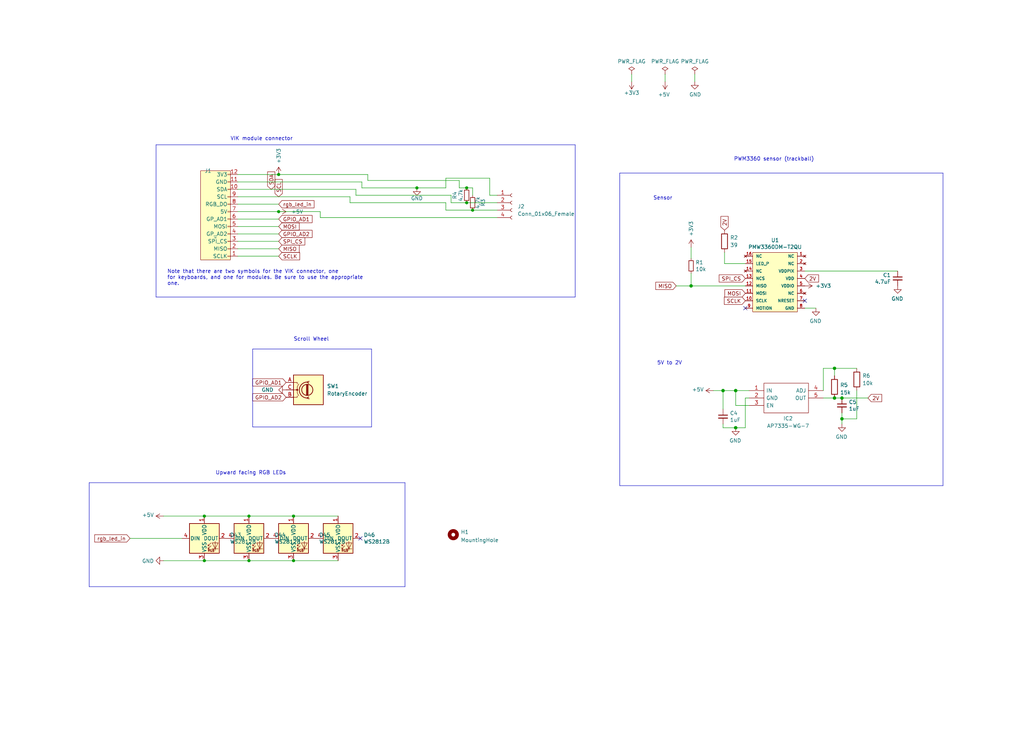
<source format=kicad_sch>
(kicad_sch (version 20230121) (generator eeschema)
  (paper "User" 350.012 250.012)
  (lib_symbols
    (symbol "AP7331-WG-7:AP7331-WG-7" (pin_names (offset 0.762))
      (property "Reference" "IC" (at 21.59 7.62 0))
      (property "Value" "AP7331-WG-7" (at 21.59 5.08 0))
      (symbol "AP7331-WG-7_0_0"
        (pin passive line (at 0 0 0) (length 5.08) (name "IN") (number "1"))
        (pin passive line (at 0 -2.54 0) (length 5.08) (name "GND") (number "2"))
        (pin passive line (at 0 -5.08 0) (length 5.08) (name "EN") (number "3"))
        (pin passive line (at 25.4 0 180) (length 5.08) (name "ADJ") (number "4"))
        (pin passive line (at 25.4 -2.54 180) (length 5.08) (name "OUT") (number "5"))
      )
      (symbol "AP7331-WG-7_0_1"
        (polyline (pts (xy 5.08 2.54) (xy 20.32 2.54) (xy 20.32 -7.62) (xy 5.08 -7.62) (xy 5.08 2.54)) (stroke (width 0.1524)))
      )
    )
    (symbol "Connector:Conn_01x04_Socket" (pin_names (offset 1.016) hide)
      (property "Reference" "J" (at 0 5.08 0))
      (property "Value" "Conn_01x04_Socket" (at 0 -7.62 0))
      (symbol "Conn_01x04_Socket_1_1"
        (arc (start 0 -4.572) (mid -0.5058 -5.08) (end 0 -5.588) (stroke (width 0.1524)))
        (arc (start 0 -2.032) (mid -0.5058 -2.54) (end 0 -3.048) (stroke (width 0.1524)))
        (polyline (pts (xy -1.27 -5.08) (xy -0.508 -5.08)) (stroke (width 0.1524)))
        (polyline (pts (xy -1.27 -2.54) (xy -0.508 -2.54)) (stroke (width 0.1524)))
        (polyline (pts (xy -1.27 0) (xy -0.508 0)) (stroke (width 0.1524)))
        (polyline (pts (xy -1.27 2.54) (xy -0.508 2.54)) (stroke (width 0.1524)))
        (arc (start 0 0.508) (mid -0.5058 0) (end 0 -0.508) (stroke (width 0.1524)))
        (arc (start 0 3.048) (mid -0.5058 2.54) (end 0 2.032) (stroke (width 0.1524)))
        (pin passive line (at -5.08 2.54 0) (length 3.81) (name "Pin_1") (number "1"))
        (pin passive line (at -5.08 0 0) (length 3.81) (name "Pin_2") (number "2"))
        (pin passive line (at -5.08 -2.54 0) (length 3.81) (name "Pin_3") (number "3"))
        (pin passive line (at -5.08 -5.08 0) (length 3.81) (name "Pin_4") (number "4"))
      )
    )
    (symbol "Device:C_Small" (pin_numbers hide) (pin_names (offset 0.254) hide)
      (property "Reference" "C" (at 0.254 1.778 0))
      (property "Value" "C_Small" (at 0.254 -2.032 0))
      (symbol "C_Small_0_1"
        (polyline (pts (xy -1.524 -0.508) (xy 1.524 -0.508)) (stroke (width 0.3302)))
        (polyline (pts (xy -1.524 0.508) (xy 1.524 0.508)) (stroke (width 0.3048)))
      )
      (symbol "C_Small_1_1"
        (pin passive line (at 0 2.54 270) (length 2.032) (name "~") (number "1"))
        (pin passive line (at 0 -2.54 90) (length 2.032) (name "~") (number "2"))
      )
    )
    (symbol "Device:R" (pin_numbers hide) (pin_names (offset 0))
      (property "Reference" "R" (at 2.032 0 90))
      (property "Value" "R" (at 0 0 90))
      (symbol "R_0_1"
        (rectangle (start -1.016 -2.54) (end 1.016 2.54) (stroke (width 0.254)))
      )
      (symbol "R_1_1"
        (pin passive line (at 0 3.81 270) (length 1.27) (name "~") (number "1"))
        (pin passive line (at 0 -3.81 90) (length 1.27) (name "~") (number "2"))
      )
    )
    (symbol "Device:R_Small" (pin_numbers hide) (pin_names (offset 0.254) hide)
      (property "Reference" "R" (at 0.762 0.508 0))
      (property "Value" "R_Small" (at 0.762 -1.016 0))
      (symbol "R_Small_0_1"
        (rectangle (start -0.762 1.778) (end 0.762 -1.778) (stroke (width 0.2032)))
      )
      (symbol "R_Small_1_1"
        (pin passive line (at 0 2.54 270) (length 0.762) (name "~") (number "1"))
        (pin passive line (at 0 -2.54 90) (length 0.762) (name "~") (number "2"))
      )
    )
    (symbol "Device:RotaryEncoder" (pin_names (offset 0.254) hide)
      (property "Reference" "SW" (at 0 6.604 0))
      (property "Value" "RotaryEncoder" (at 0 -6.604 0))
      (symbol "RotaryEncoder_0_1"
        (rectangle (start -5.08 5.08) (end 5.08 -5.08) (stroke (width 0.254)) (fill (type background)))
        (circle (center -3.81 0) (radius 0.254) (fill (type outline)))
        (circle (center -0.381 0) (radius 1.905) (stroke (width 0.254)))
        (arc (start -0.381 2.667) (mid -3.0988 -0.0635) (end -0.381 -2.794) (stroke (width 0.254)))
        (polyline (pts (xy -0.635 -1.778) (xy -0.635 1.778)) (stroke (width 0.254)))
        (polyline (pts (xy -0.381 -1.778) (xy -0.381 1.778)) (stroke (width 0.254)))
        (polyline (pts (xy -0.127 1.778) (xy -0.127 -1.778)) (stroke (width 0.254)))
        (polyline (pts (xy -5.08 -2.54) (xy -3.81 -2.54) (xy -3.81 -2.032)))
        (polyline (pts (xy -5.08 2.54) (xy -3.81 2.54) (xy -3.81 2.032)))
        (polyline (pts (xy 0.254 -3.048) (xy -0.508 -2.794) (xy 0.127 -2.413)) (stroke (width 0.254)))
        (polyline (pts (xy 0.254 2.921) (xy -0.508 2.667) (xy 0.127 2.286)) (stroke (width 0.254)))
        (polyline (pts (xy -5.08 0) (xy -3.81 0) (xy -3.81 -1.016) (xy -3.302 -2.032)))
        (polyline (pts (xy -4.318 0) (xy -3.81 0) (xy -3.81 1.016) (xy -3.302 2.032)))
      )
      (symbol "RotaryEncoder_1_1"
        (pin passive line (at -7.62 2.54 0) (length 2.54) (name "A") (number "A"))
        (pin passive line (at -7.62 -2.54 0) (length 2.54) (name "B") (number "B"))
        (pin passive line (at -7.62 0 0) (length 2.54) (name "C") (number "C"))
      )
    )
    (symbol "Mechanical:MountingHole" (pin_names (offset 1.016))
      (property "Reference" "H" (at 0 5.08 0))
      (property "Value" "MountingHole" (at 0 3.175 0))
      (symbol "MountingHole_0_1"
        (circle (center 0 0) (radius 1.27) (stroke (width 1.27)))
      )
    )
    (symbol "kicad-keyboard-parts:SK6812MINI-E" (pin_names (offset 0.254))
      (property "Reference" "D" (at 5.08 5.715 0))
      (property "Value" "SK6812MINI-E" (at 1.27 -5.715 0))
      (symbol "SK6812MINI-E_0_0"
        (text "RGB" (at 2.286 -4.191 0) (effects (font (size 0.762 0.762))))
      )
      (symbol "SK6812MINI-E_0_1"
        (polyline (pts (xy 1.27 -3.556) (xy 1.778 -3.556)))
        (polyline (pts (xy 1.27 -2.54) (xy 1.778 -2.54)))
        (polyline (pts (xy 4.699 -3.556) (xy 2.667 -3.556)))
        (polyline (pts (xy 2.286 -2.54) (xy 1.27 -3.556) (xy 1.27 -3.048)))
        (polyline (pts (xy 2.286 -1.524) (xy 1.27 -2.54) (xy 1.27 -2.032)))
        (polyline (pts (xy 3.683 -1.016) (xy 3.683 -3.556) (xy 3.683 -4.064)))
        (polyline (pts (xy 4.699 -1.524) (xy 2.667 -1.524) (xy 3.683 -3.556) (xy 4.699 -1.524)))
        (rectangle (start 5.08 5.08) (end -5.08 -5.08) (stroke (width 0.254)) (fill (type background)))
      )
      (symbol "SK6812MINI-E_1_1"
        (pin power_in line (at 0 7.62 270) (length 2.54) (name "VDD") (number "1"))
        (pin output line (at 7.62 0 180) (length 2.54) (name "DOUT") (number "2"))
        (pin power_in line (at 0 -7.62 90) (length 2.54) (name "VSS") (number "3"))
        (pin input line (at -7.62 0 0) (length 2.54) (name "DIN") (number "4"))
      )
    )
    (symbol "power:+3V3" (power) (pin_names (offset 0))
      (property "Value" "+3V3" (at 0 3.556 0))
      (symbol "+3V3_0_1"
        (polyline (pts (xy -0.762 1.27) (xy 0 2.54)))
        (polyline (pts (xy 0 0) (xy 0 2.54)))
        (polyline (pts (xy 0 2.54) (xy 0.762 1.27)))
      )
      (symbol "+3V3_1_1"
        (pin power_in line (at 0 0 90) (length 0) hide (name "+3V3") (number "1"))
      )
    )
    (symbol "power:+5V" (power) (pin_names (offset 0))
      (property "Value" "+5V" (at 0 3.556 0))
      (symbol "+5V_0_1"
        (polyline (pts (xy -0.762 1.27) (xy 0 2.54)))
        (polyline (pts (xy 0 0) (xy 0 2.54)))
        (polyline (pts (xy 0 2.54) (xy 0.762 1.27)))
      )
      (symbol "+5V_1_1"
        (pin power_in line (at 0 0 90) (length 0) hide (name "+5V") (number "1"))
      )
    )
    (symbol "power:GND" (power) (pin_names (offset 0))
      (property "Value" "GND" (at 0 -3.81 0))
      (symbol "GND_0_1"
        (polyline (pts (xy 0 0) (xy 0 -1.27) (xy 1.27 -1.27) (xy 0 -2.54) (xy -1.27 -1.27) (xy 0 -1.27)))
      )
      (symbol "GND_1_1"
        (pin power_in line (at 0 0 270) (length 0) hide (name "GND") (number "1"))
      )
    )
    (symbol "power:PWR_FLAG" (power) (pin_numbers hide) (pin_names (offset 0) hide)
      (property "Value" "PWR_FLAG" (at 0 3.81 0))
      (symbol "PWR_FLAG_0_0"
        (pin power_out line (at 0 0 90) (length 0) (name "pwr") (number "1"))
      )
      (symbol "PWR_FLAG_0_1"
        (polyline (pts (xy 0 0) (xy 0 1.27) (xy -1.016 1.905) (xy 0 2.54) (xy 1.016 1.905) (xy 0 1.27)))
      )
    )
    (symbol "sensor-rescue:PWM3360-pwm3360" (pin_names (offset 1.016))
      (property "Reference" "U4" (at 0 14.351 0))
      (property "Value" "PMW3360DM-T2QU" (at 0 12.0396 0))
      (symbol "PWM3360-pwm3360_0_1"
        (rectangle (start -7.62 10.16) (end 7.62 -10.16) (fill (type background)))
      )
      (symbol "PWM3360-pwm3360_1_1"
        (pin no_connect line (at -10.16 8.89 0) (length 2.54) (name "NC") (number "1"))
        (pin input line (at 10.16 -6.35 180) (length 2.54) (name "SCLK") (number "10"))
        (pin input line (at 10.16 -3.81 180) (length 2.54) (name "MOSI") (number "11"))
        (pin output line (at 10.16 -1.27 180) (length 2.54) (name "MISO") (number "12"))
        (pin input line (at 10.16 1.27 180) (length 2.54) (name "NCS") (number "13"))
        (pin no_connect line (at 10.16 3.81 180) (length 2.54) (name "NC") (number "14"))
        (pin input line (at 10.16 6.35 180) (length 2.54) (name "LED_P") (number "15"))
        (pin no_connect line (at 10.16 8.89 180) (length 2.54) (name "NC") (number "16"))
        (pin no_connect line (at -10.16 6.35 0) (length 2.54) (name "NC") (number "2"))
        (pin power_out line (at -10.16 3.81 0) (length 2.54) (name "VDDPIX") (number "3"))
        (pin power_in line (at -10.16 1.27 0) (length 2.54) (name "VDD") (number "4"))
        (pin power_in line (at -10.16 -1.27 0) (length 2.54) (name "VDDIO") (number "5"))
        (pin no_connect line (at -10.16 -3.81 0) (length 2.54) (name "NC") (number "6"))
        (pin input line (at -10.16 -6.35 0) (length 2.54) (name "NRESET") (number "7"))
        (pin power_in line (at -10.16 -8.89 0) (length 2.54) (name "GND") (number "8"))
        (pin output line (at 10.16 -8.89 180) (length 2.54) (name "MOTION") (number "9"))
      )
    )
    (symbol "vik:vik-module-connector" (pin_names (offset 1))
      (property "Reference" "J" (at 0 15.875 0))
      (symbol "vik-module-connector_1_1"
        (rectangle (start -5.08 13.97) (end 5.08 -16.51) (fill (type background)))
        (rectangle (start -5.0546 -15.113) (end -4.191 -15.367) (stroke (width 0.1)))
        (rectangle (start -5.0546 -12.573) (end -4.191 -12.827) (stroke (width 0.1)))
        (rectangle (start -5.0546 -10.033) (end -4.191 -10.287) (stroke (width 0.1)))
        (rectangle (start -5.0546 -7.493) (end -4.191 -7.747) (stroke (width 0.1)))
        (rectangle (start -5.0546 -4.953) (end -4.191 -5.207) (stroke (width 0.1)))
        (rectangle (start -5.0546 -2.413) (end -4.191 -2.667) (stroke (width 0.1)))
        (rectangle (start -5.0546 0.127) (end -4.191 -0.127) (stroke (width 0.1)))
        (rectangle (start -5.0546 2.667) (end -4.191 2.413) (stroke (width 0.1)))
        (rectangle (start -5.0546 5.207) (end -4.191 4.953) (stroke (width 0.1)))
        (rectangle (start -5.0546 7.747) (end -4.191 7.493) (stroke (width 0.1)))
        (rectangle (start -5.0546 10.287) (end -4.191 10.033) (stroke (width 0.1)))
        (rectangle (start -5.0546 12.827) (end -4.191 12.573) (stroke (width 0.1)))
        (pin output line (at -7.62 12.7 0) (length 2.54) (name "SCLK") (number "1"))
        (pin bidirectional line (at -7.62 -10.16 0) (length 2.54) (name "SDA") (number "10"))
        (pin power_out line (at -7.62 -12.7 0) (length 2.54) (name "GND") (number "11"))
        (pin power_out line (at -7.62 -15.24 0) (length 2.54) (name "3V3") (number "12"))
        (pin tri_state line (at -7.62 10.16 0) (length 2.54) (name "MISO") (number "2"))
        (pin output line (at -7.62 7.62 0) (length 2.54) (name "SPI_CS") (number "3"))
        (pin bidirectional line (at -7.62 5.08 0) (length 2.54) (name "GP_AD2") (number "4"))
        (pin output line (at -7.62 2.54 0) (length 2.54) (name "MOSI") (number "5"))
        (pin bidirectional line (at -7.62 0 0) (length 2.54) (name "GP_AD1") (number "6"))
        (pin power_out line (at -7.62 -2.54 0) (length 2.54) (name "5V") (number "7"))
        (pin output line (at -7.62 -5.08 0) (length 2.54) (name "RGB_DO") (number "8"))
        (pin bidirectional line (at -7.62 -7.62 0) (length 2.54) (name "SCL") (number "9"))
      )
    )
  )
  (junction (at 287.782 143.256) (diameter 1.016))
  (junction (at 285.242 125.984) (diameter 1.016))
  (junction (at 69.85 191.77))
  (junction (at 236.22 97.79) (diameter 1.016))
  (junction (at 251.46 146.304) (diameter 1.016))
  (junction (at 85.09 176.53))
  (junction (at 285.242 136.144) (diameter 1.016))
  (junction (at 159.512 64.262))
  (junction (at 95.25 72.39))
  (junction (at 95.25 59.69))
  (junction (at 100.33 176.53))
  (junction (at 159.512 69.342))
  (junction (at 100.33 191.77))
  (junction (at 142.494 64.262))
  (junction (at 287.782 136.144) (diameter 1.016))
  (junction (at 251.46 133.604) (diameter 1.016))
  (junction (at 69.85 176.53))
  (junction (at 85.09 191.77))
  (junction (at 161.544 71.882))
  (junction (at 247.142 133.604) (diameter 1.016))
  (no_connect (at 254.762 105.41))
  (no_connect (at 123.19 184.15))
  (no_connect (at 275.082 102.87))
  (wire (pts (xy 152.4 64.262) (xy 152.4 60.96)))
  (wire (pts (xy 109.474 72.39) (xy 95.25 72.39)))
  (wire (pts (xy 275.082 92.71) (xy 306.832 92.71)))
  (wire (pts (xy 154.178 69.342) (xy 154.178 66.802)))
  (wire (pts (xy 161.544 71.882) (xy 152.4 71.882)))
  (wire (pts (xy 81.28 59.69) (xy 95.25 59.69)))
  (wire (pts (xy 125.73 61.722) (xy 125.73 59.69)))
  (wire (pts (xy 81.28 67.31) (xy 119.634 67.31)))
  (wire (pts (xy 287.782 141.224) (xy 287.782 143.256)))
  (wire (pts (xy 85.09 176.53) (xy 100.33 176.53)))
  (wire (pts (xy 281.432 125.984) (xy 281.432 133.604)))
  (wire (pts (xy 281.432 125.984) (xy 285.242 125.984)))
  (polyline (pts (xy 30.48 165.1) (xy 30.48 200.66)))
  (wire (pts (xy 292.862 143.256) (xy 287.782 143.256)))
  (wire (pts (xy 81.28 77.47) (xy 95.25 77.47)))
  (polyline (pts (xy 322.326 166.116) (xy 211.836 166.116)))
  (wire (pts (xy 237.49 25.4) (xy 237.49 27.94)))
  (wire (pts (xy 247.65 90.17) (xy 247.65 86.36)))
  (wire (pts (xy 236.22 97.79) (xy 254.762 97.79)))
  (wire (pts (xy 169.926 71.882) (xy 161.544 71.882)))
  (wire (pts (xy 256.032 138.684) (xy 251.46 138.684)))
  (wire (pts (xy 256.032 136.144) (xy 254.762 136.144)))
  (wire (pts (xy 69.85 191.77) (xy 85.09 191.77)))
  (wire (pts (xy 159.512 69.342) (xy 154.178 69.342)))
  (wire (pts (xy 81.28 74.93) (xy 95.25 74.93)))
  (wire (pts (xy 254.762 136.144) (xy 254.762 146.304)))
  (polyline (pts (xy 86.36 146.05) (xy 127 146.05)))
  (wire (pts (xy 287.782 143.256) (xy 287.782 145.034)))
  (wire (pts (xy 55.88 191.77) (xy 69.85 191.77)))
  (polyline (pts (xy 322.326 59.182) (xy 322.326 166.116)))
  (polyline (pts (xy 30.48 165.1) (xy 138.43 165.1)))
  (wire (pts (xy 55.88 176.53) (xy 69.85 176.53)))
  (wire (pts (xy 254.762 146.304) (xy 251.46 146.304)))
  (wire (pts (xy 81.28 82.55) (xy 95.25 82.55)))
  (wire (pts (xy 247.142 133.604) (xy 251.46 133.604)))
  (wire (pts (xy 167.386 66.802) (xy 169.926 66.802)))
  (wire (pts (xy 125.73 61.722) (xy 156.972 61.722)))
  (wire (pts (xy 285.242 136.144) (xy 287.782 136.144)))
  (wire (pts (xy 236.22 84.582) (xy 236.22 88.392)))
  (wire (pts (xy 81.28 85.09) (xy 95.25 85.09)))
  (wire (pts (xy 167.386 60.96) (xy 167.386 66.802)))
  (wire (pts (xy 281.432 136.144) (xy 285.242 136.144)))
  (wire (pts (xy 247.142 133.604) (xy 247.142 139.954)))
  (wire (pts (xy 121.666 66.802) (xy 154.178 66.802)))
  (wire (pts (xy 85.09 191.77) (xy 100.33 191.77)))
  (wire (pts (xy 81.28 62.23) (xy 123.698 62.23)))
  (wire (pts (xy 169.926 69.342) (xy 159.512 69.342)))
  (wire (pts (xy 287.782 136.144) (xy 296.672 136.144)))
  (wire (pts (xy 119.634 67.31) (xy 119.634 69.342)))
  (wire (pts (xy 123.698 62.23) (xy 123.698 64.262)))
  (wire (pts (xy 119.634 69.342) (xy 152.4 69.342)))
  (wire (pts (xy 125.73 59.69) (xy 95.25 59.69)))
  (wire (pts (xy 100.33 191.77) (xy 115.57 191.77)))
  (wire (pts (xy 81.28 64.77) (xy 121.666 64.77)))
  (polyline (pts (xy 211.836 59.182) (xy 322.326 59.182)))
  (wire (pts (xy 285.242 125.984) (xy 292.862 125.984)))
  (wire (pts (xy 121.666 64.77) (xy 121.666 66.802)))
  (wire (pts (xy 275.082 105.41) (xy 278.892 105.41)))
  (wire (pts (xy 100.33 176.53) (xy 115.57 176.53)))
  (wire (pts (xy 227.33 25.4) (xy 227.33 27.94)))
  (polyline (pts (xy 196.596 49.53) (xy 196.596 101.6)))
  (wire (pts (xy 251.46 138.684) (xy 251.46 133.604)))
  (polyline (pts (xy 196.596 101.6) (xy 53.34 101.6)))
  (polyline (pts (xy 86.36 119.38) (xy 127 119.38)))
  (polyline (pts (xy 53.34 49.53) (xy 53.34 101.6)))
  (wire (pts (xy 152.4 60.96) (xy 167.386 60.96)))
  (wire (pts (xy 231.14 97.79) (xy 236.22 97.79)))
  (polyline (pts (xy 138.43 200.66) (xy 138.43 165.1)))
  (wire (pts (xy 247.142 146.304) (xy 247.142 145.034)))
  (wire (pts (xy 292.862 133.604) (xy 292.862 143.256)))
  (wire (pts (xy 251.46 133.604) (xy 256.032 133.604)))
  (wire (pts (xy 215.9 25.4) (xy 215.9 27.94)))
  (wire (pts (xy 44.45 184.15) (xy 62.23 184.15)))
  (wire (pts (xy 81.28 87.63) (xy 95.25 87.63)))
  (polyline (pts (xy 53.34 49.53) (xy 196.596 49.53)))
  (wire (pts (xy 152.4 71.882) (xy 152.4 69.342)))
  (wire (pts (xy 81.28 69.85) (xy 95.25 69.85)))
  (wire (pts (xy 159.512 64.262) (xy 161.544 64.262)))
  (wire (pts (xy 169.926 74.422) (xy 109.474 74.422)))
  (wire (pts (xy 81.28 72.39) (xy 95.25 72.39)))
  (wire (pts (xy 285.242 125.984) (xy 285.242 128.524)))
  (wire (pts (xy 161.544 64.262) (xy 161.544 66.802)))
  (wire (pts (xy 156.972 61.722) (xy 156.972 64.262)))
  (wire (pts (xy 254.762 90.17) (xy 247.65 90.17)))
  (wire (pts (xy 69.85 176.53) (xy 85.09 176.53)))
  (wire (pts (xy 236.22 93.472) (xy 236.22 97.79)))
  (wire (pts (xy 156.972 64.262) (xy 159.512 64.262)))
  (wire (pts (xy 243.84 133.604) (xy 247.142 133.604)))
  (polyline (pts (xy 211.836 166.116) (xy 211.836 59.182)))
  (wire (pts (xy 142.494 64.262) (xy 152.4 64.262)))
  (polyline (pts (xy 30.48 200.66) (xy 138.43 200.66)))
  (polyline (pts (xy 86.36 119.38) (xy 86.36 146.05)))
  (wire (pts (xy 123.698 64.262) (xy 142.494 64.262)))
  (wire (pts (xy 109.474 74.422) (xy 109.474 72.39)))
  (wire (pts (xy 81.28 80.01) (xy 95.25 80.01)))
  (polyline (pts (xy 127 146.05) (xy 127 119.38)))
  (wire (pts (xy 251.46 146.304) (xy 247.142 146.304)))
  (text "PWM3360 sensor (trackball)" (at 250.825 55.245 0) (effects (font (size 1.27 1.27)) (justify left bottom)))
  (text "Note that there are two symbols for the VIK connector, one\nfor keyboards, and one for modules. Be sure to use the appropriate\none." (at 57.15 97.79 0) (effects (font (size 1.27 1.27)) (justify left bottom)))
  (text "Sensor" (at 229.87 68.58 0) (effects (font (size 1.27 1.27)) (justify right bottom)))
  (text "Upward facing RGB LEDs" (at 73.66 162.56 0) (effects (font (size 1.27 1.27)) (justify left bottom)))
  (text "5V to 2V" (at 233.172 124.968 0) (effects (font (size 1.27 1.27)) (justify right bottom)))
  (text "VIK module connector" (at 78.74 48.26 0) (effects (font (size 1.27 1.27)) (justify left bottom)))
  (text "Scroll Wheel" (at 100.33 116.84 0) (effects (font (size 1.27 1.27)) (justify left bottom)))
  (global_label "2V" (shape input) (at 275.082 95.25 0) (property "Intersheetrefs" "${INTERSHEET_REFS}" (effects hide)))
  (global_label "SPI_CS" (shape input) (at 254.762 95.25 180) (property "Intersheetrefs" "${INTERSHEET_REFS}" (effects hide)))
  (global_label "GPIO_AD2" (shape input) (at 97.79 135.89 180) (property "Intersheetrefs" "${INTERSHEET_REFS}" (effects hide)))
  (global_label "2V" (shape input) (at 247.65 78.74 90) (property "Intersheetrefs" "${INTERSHEET_REFS}" (effects hide)))
  (global_label "SPI_CS" (shape input) (at 95.25 82.55 0) (property "Intersheetrefs" "${INTERSHEET_REFS}" (effects hide)))
  (global_label "GPIO_AD2" (shape input) (at 95.25 80.01 0) (property "Intersheetrefs" "${INTERSHEET_REFS}" (effects hide)))
  (global_label "MOSI" (shape input) (at 95.25 77.47 0) (property "Intersheetrefs" "${INTERSHEET_REFS}" (effects hide)))
  (global_label "SCL" (shape input) (at 95.25 67.31 90) (property "Intersheetrefs" "${INTERSHEET_REFS}" (effects hide)))
  (global_label "MOSI" (shape input) (at 254.762 100.33 180) (property "Intersheetrefs" "${INTERSHEET_REFS}" (effects hide)))
  (global_label "MISO" (shape input) (at 95.25 85.09 0) (property "Intersheetrefs" "${INTERSHEET_REFS}" (effects hide)))
  (global_label "SCLK" (shape input) (at 95.25 87.63 0) (property "Intersheetrefs" "${INTERSHEET_REFS}" (effects hide)))
  (global_label "rgb_led_in" (shape input) (at 44.45 184.15 180) (property "Intersheetrefs" "${INTERSHEET_REFS}" (effects hide)))
  (global_label "MISO" (shape input) (at 231.14 97.79 180) (property "Intersheetrefs" "${INTERSHEET_REFS}" (effects hide)))
  (global_label "GPIO_AD1" (shape input) (at 95.25 74.93 0) (property "Intersheetrefs" "${INTERSHEET_REFS}" (effects hide)))
  (global_label "GPIO_AD1" (shape input) (at 97.79 130.81 180) (property "Intersheetrefs" "${INTERSHEET_REFS}" (effects hide)))
  (global_label "rgb_led_in" (shape input) (at 95.25 69.85 0) (property "Intersheetrefs" "${INTERSHEET_REFS}" (effects hide)))
  (global_label "2V" (shape input) (at 296.672 136.144 0) (property "Intersheetrefs" "${INTERSHEET_REFS}" (effects hide)))
  (global_label "SCLK" (shape input) (at 254.762 102.87 180) (property "Intersheetrefs" "${INTERSHEET_REFS}" (effects hide)))
  (global_label "SDA" (shape input) (at 92.71 64.77 90) (property "Intersheetrefs" "${INTERSHEET_REFS}" (effects hide)))
  (symbol (lib_id "power:+5V") (at 55.88 176.53 90) (unit 1)
    (property "Reference" "#PWR08" (effects hide))
    (property "Value" "+5V" (at 52.6288 176.149 90) (effects (justify left)))
  )
  (symbol (lib_id "power:PWR_FLAG") (at 215.9 25.4 0) (unit 1)
    (property "Reference" "#FLG01" (effects hide))
    (property "Value" "PWR_FLAG" (at 215.9 21.0058 0))
  )
  (symbol (lib_id "power:PWR_FLAG") (at 227.33 25.4 0) (unit 1)
    (property "Reference" "#FLG02" (effects hide))
    (property "Value" "PWR_FLAG" (at 227.33 21.0058 0))
  )
  (symbol (lib_id "power:+5V") (at 227.33 27.94 180) (unit 1)
    (property "Reference" "#PWR02" (effects hide))
    (property "Value" "+5V" (at 226.949 32.3342 0))
  )
  (symbol (lib_id "power:GND") (at 237.49 27.94 0) (unit 1)
    (property "Reference" "#PWR03" (effects hide))
    (property "Value" "GND" (at 237.617 32.3342 0))
  )
  (symbol (lib_id "power:PWR_FLAG") (at 237.49 25.4 0) (unit 1)
    (property "Reference" "#FLG03" (effects hide))
    (property "Value" "PWR_FLAG" (at 237.49 21.0058 0))
  )
  (symbol (lib_id "power:GND") (at 55.88 191.77 270) (unit 1)
    (property "Reference" "#PWR09" (effects hide))
    (property "Value" "GND" (at 52.6288 191.897 90) (effects (justify right)))
  )
  (symbol (lib_id "sensor-rescue:PWM3360-pwm3360") (at 264.922 96.52 0) (mirror y) (unit 1)
    (property "Reference" "U1" (at 264.922 82.169 0))
    (property "Value" "PMW3360DM-T2QU" (at 264.922 84.4804 0))
    (property "Footprint" "fingerpunch:PMW3360" (effects hide))
  )
  (symbol (lib_id "Connector:Conn_01x04_Socket") (at 175.006 69.342 0) (unit 1)
    (property "Reference" "J2" (at 176.911 70.612 0) (effects (justify left)))
    (property "Value" "Conn_01x06_Female" (at 176.911 73.152 0) (effects (justify left)))
    (property "Footprint" "Connector_PinHeader_2.54mm:PinHeader_1x04_P2.54mm_Vertical" (effects hide))
  )
  (symbol (lib_id "power:+5V") (at 243.84 133.604 90) (unit 1)
    (property "Reference" "#PWR05" (effects hide))
    (property "Value" "+5V" (at 240.5888 133.223 90) (effects (justify left)))
  )
  (symbol (lib_id "Device:C_Small") (at 287.782 138.684 0) (unit 1)
    (property "Reference" "C5" (at 290.1188 137.5156 0) (effects (justify left)))
    (property "Value" "1uF" (at 290.119 139.827 0) (effects (justify left)))
    (property "Footprint" "Capacitor_SMD:C_0603_1608Metric" (effects hide))
    (property "LCSC" "C15849" (effects hide))
  )
  (symbol (lib_id "Device:R_Small") (at 159.512 66.802 0) (unit 1)
    (property "Reference" "R4" (at 155.448 66.802 90))
    (property "Value" "4.7k" (at 157.48 66.802 90))
    (property "Footprint" "fingerpunch:D3_TH_SMD" (effects hide))
  )
  (symbol (lib_id "power:GND") (at 278.892 105.41 0) (mirror y) (unit 1)
    (property "Reference" "#PWR0114" (effects hide))
    (property "Value" "GND" (at 278.765 109.8042 0))
  )
  (symbol (lib_id "Device:R") (at 247.65 82.55 0) (unit 1)
    (property "Reference" "R2" (at 249.555 81.28 0) (effects (justify left)))
    (property "Value" "39" (at 249.555 83.82 0) (effects (justify left)))
    (property "Footprint" "Resistor_SMD:R_0603_1608Metric" (effects hide))
    (property "LCSC" "C23154" (effects hide))
  )
  (symbol (lib_id "power:GND") (at 287.782 145.034 0) (mirror y) (unit 1)
    (property "Reference" "#PWR04" (effects hide))
    (property "Value" "GND" (at 287.655 149.4282 0))
  )
  (symbol (lib_id "kicad-keyboard-parts:SK6812MINI-E") (at 69.85 184.15 0) (unit 1)
    (property "Reference" "D43" (at 78.5876 182.9816 0) (effects (justify left)))
    (property "Value" "WS2812B" (at 78.5876 185.293 0) (effects (justify left)))
    (property "Footprint" "fingerpunch:LED_WS2812B_PLCC4_5.0x5.0mm_P3.2mm-reversible" (effects hide))
    (property "Datasheet" "https://cdn-shop.adafruit.com/product-files/2686/SK6812MINI_REV.01-1-2.pdf" (effects hide))
    (property "LCSC" "C2761795" (effects hide))
  )
  (symbol (lib_id "power:GND") (at 97.79 133.35 270) (mirror x) (unit 1)
    (property "Reference" "#PWR0105" (effects hide))
    (property "Value" "GND" (at 91.44 133.35 90))
  )
  (symbol (lib_id "kicad-keyboard-parts:SK6812MINI-E") (at 115.57 184.15 0) (unit 1)
    (property "Reference" "D46" (at 124.3076 182.9816 0) (effects (justify left)))
    (property "Value" "WS2812B" (at 124.3076 185.293 0) (effects (justify left)))
    (property "Footprint" "fingerpunch:LED_WS2812B_PLCC4_5.0x5.0mm_P3.2mm-reversible" (effects hide))
    (property "Datasheet" "https://cdn-shop.adafruit.com/product-files/2686/SK6812MINI_REV.01-1-2.pdf" (effects hide))
    (property "LCSC" "C2761795" (effects hide))
  )
  (symbol (lib_id "kicad-keyboard-parts:SK6812MINI-E") (at 100.33 184.15 0) (unit 1)
    (property "Reference" "D45" (at 109.0676 182.9816 0) (effects (justify left)))
    (property "Value" "WS2812B" (at 109.0676 185.293 0) (effects (justify left)))
    (property "Footprint" "fingerpunch:LED_WS2812B_PLCC4_5.0x5.0mm_P3.2mm-reversible" (effects hide))
    (property "Datasheet" "https://cdn-shop.adafruit.com/product-files/2686/SK6812MINI_REV.01-1-2.pdf" (effects hide))
    (property "LCSC" "C2761795" (effects hide))
  )
  (symbol (lib_id "Device:R_Small") (at 236.22 90.932 0) (unit 1)
    (property "Reference" "R1" (at 237.7186 89.7636 0) (effects (justify left)))
    (property "Value" "10k" (at 237.7186 92.075 0) (effects (justify left)))
    (property "Footprint" "Resistor_SMD:R_0603_1608Metric" (effects hide))
    (property "LCSC" "C25804" (effects hide))
  )
  (symbol (lib_id "AP7331-WG-7:AP7331-WG-7") (at 256.032 133.604 0) (unit 1)
    (property "Reference" "IC2" (at 269.367 143.129 0))
    (property "Value" "AP7335-WG-7" (at 269.367 145.669 0))
    (property "Footprint" "Package_TO_SOT_SMD:SOT-23-5_HandSoldering" (effects hide))
    (property "Datasheet" "http://uk.rs-online.com/web/p/products/7513083" (effects hide))
    (property "Description" "LDO Voltage Regulators LDO SOT-25 ADJUSTABLE 300MA" (effects hide))
    (property "Height" "1.45" (effects hide))
    (property "Manufacturer_Name" "Diodes Inc." (effects hide))
    (property "Manufacturer_Part_Number" "AP7331-WG-7" (effects hide))
    (property "Mouser Part Number" "621-AP7331-WG-7" (effects hide))
    (property "Mouser Price/Stock" "https://www.mouser.co.uk/ProductDetail/Diodes-Incorporated/AP7331-WG-7?qs=vIZ3oKQCLxr9PiNSCoXN%2FQ%3D%3D" (effects hide))
    (property "Arrow Part Number" "AP7331-WG-7" (effects hide))
    (property "Arrow Price/Stock" "https://www.arrow.com/en/products/ap7331-wg-7/diodes-incorporated?region=nac" (effects hide))
    (property "LCSC" "C460382" (effects hide))
  )
  (symbol (lib_id "power:+3V3") (at 95.25 59.69 0) (unit 1)
    (property "Reference" "#PWR0101" (effects hide))
    (property "Value" "+3V3" (at 95.25 53.34 90))
  )
  (symbol (lib_id "power:+3V3") (at 236.22 84.582 0) (unit 1)
    (property "Reference" "#PWR0116" (effects hide))
    (property "Value" "+3V3" (at 236.22 78.232 90))
  )
  (symbol (lib_id "power:GND") (at 142.494 64.262 0) (unit 1)
    (property "Reference" "#PWR06" (effects hide))
    (property "Value" "GND" (at 142.494 67.818 0))
  )
  (symbol (lib_id "power:GND") (at 251.46 146.304 0) (mirror y) (unit 1)
    (property "Reference" "#PWR01" (effects hide))
    (property "Value" "GND" (at 251.333 150.6982 0))
  )
  (symbol (lib_id "Device:C_Small") (at 247.142 142.494 0) (unit 1)
    (property "Reference" "C4" (at 249.4788 141.3256 0) (effects (justify left)))
    (property "Value" "1uF" (at 249.4788 143.637 0) (effects (justify left)))
    (property "Footprint" "Capacitor_SMD:C_0603_1608Metric" (effects hide))
    (property "LCSC" "C15849" (effects hide))
  )
  (symbol (lib_id "Device:R") (at 292.862 129.794 0) (unit 1)
    (property "Reference" "R6" (at 294.767 128.524 0) (effects (justify left)))
    (property "Value" "10k" (at 294.767 131.064 0) (effects (justify left)))
    (property "Footprint" "Resistor_SMD:R_0603_1608Metric" (effects hide))
    (property "LCSC" "C25804" (effects hide))
  )
  (symbol (lib_id "power:+5V") (at 95.25 72.39 270) (unit 1)
    (property "Reference" "#PWR0104" (effects hide))
    (property "Value" "+5V" (at 101.6 72.39 90))
  )
  (symbol (lib_id "power:GND") (at 306.832 97.79 0) (mirror y) (unit 1)
    (property "Reference" "#PWR0107" (effects hide))
    (property "Value" "GND" (at 306.705 102.1842 0))
  )
  (symbol (lib_id "kicad-keyboard-parts:SK6812MINI-E") (at 85.09 184.15 0) (unit 1)
    (property "Reference" "D44" (at 93.8276 182.9816 0) (effects (justify left)))
    (property "Value" "WS2812B" (at 93.8276 185.293 0) (effects (justify left)))
    (property "Footprint" "fingerpunch:LED_WS2812B_PLCC4_5.0x5.0mm_P3.2mm-reversible" (effects hide))
    (property "Datasheet" "https://cdn-shop.adafruit.com/product-files/2686/SK6812MINI_REV.01-1-2.pdf" (effects hide))
    (property "LCSC" "C2761795" (effects hide))
  )
  (symbol (lib_id "vik:vik-module-connector") (at 73.66 74.93 180) (unit 1)
    (property "Reference" "J1" (at 71.12 58.42 0))
    (property "Value" "~" (at 73.66 81.28 0))
    (property "Footprint" "vik:vik-module-connector-horizontal" (effects hide))
    (property "LCSC" "C479750" (effects hide))
  )
  (symbol (lib_id "power:+3V3") (at 275.082 97.79 270) (unit 1)
    (property "Reference" "#PWR0115" (effects hide))
    (property "Value" "+3V3" (at 281.432 97.79 90))
  )
  (symbol (lib_id "Device:R_Small") (at 161.544 69.342 0) (unit 1)
    (property "Reference" "R3" (at 165.1 69.342 90))
    (property "Value" "4.7k" (at 163.322 69.342 90))
    (property "Footprint" "fingerpunch:D3_TH_SMD" (effects hide))
  )
  (symbol (lib_id "Mechanical:MountingHole") (at 154.94 182.88 0) (unit 1)
    (property "Reference" "H1" (at 157.48 181.9715 0) (effects (justify left)))
    (property "Value" "MountingHole" (at 157.48 184.7466 0) (effects (justify left)))
    (property "Footprint" "vik:vik-module-mounting-large" (effects hide))
  )
  (symbol (lib_id "Device:C_Small") (at 306.832 95.25 0) (mirror y) (unit 1)
    (property "Reference" "C1" (at 304.4952 94.0816 0) (effects (justify left)))
    (property "Value" "4.7uF" (at 304.4952 96.393 0) (effects (justify left)))
    (property "Footprint" "Capacitor_SMD:C_0603_1608Metric" (effects hide))
    (property "LCSC" "C19666" (effects hide))
  )
  (symbol (lib_id "power:+3V3") (at 215.9 27.94 180) (unit 1)
    (property "Reference" "#PWR0112" (effects hide))
    (property "Value" "+3V3" (at 215.9 31.75 0))
  )
  (symbol (lib_id "Device:RotaryEncoder") (at 105.41 133.35 0) (unit 1)
    (property "Reference" "SW1" (at 111.76 132.0799 0) (effects (justify left)))
    (property "Value" "RotaryEncoder" (at 111.76 134.6199 0) (effects (justify left)))
    (property "Footprint" "fingerpunch:PERS56v3" (effects hide))
  )
  (symbol (lib_id "Device:R") (at 285.242 132.334 0) (unit 1)
    (property "Reference" "R5" (at 287.147 131.699 0) (effects (justify left)))
    (property "Value" "15k" (at 287.147 134.239 0) (effects (justify left)))
    (property "Footprint" "Resistor_SMD:R_0603_1608Metric" (effects hide))
    (property "LCSC" "C22809" (effects hide))
  )
)
</source>
